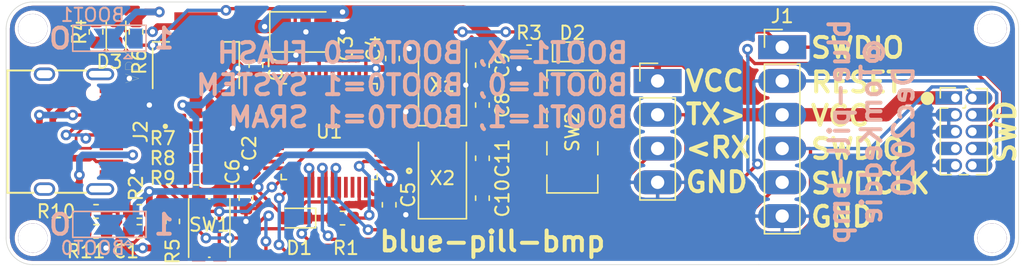
<source format=kicad_pcb>
(kicad_pcb (version 20171130) (host pcbnew 5.1.7-a382d34a8~88~ubuntu20.04.1)
  (layers (0 F.Cu signal) (31 B.Cu signal) (34 B.Paste user) (35 F.Paste user) (36 B.SilkS user) (37 F.SilkS user) (38 B.Mask user) (39 F.Mask user) (44 Edge.Cuts user))
  (net 0 "")
  (net 1 GND)
  (net 2 /!RESET)
  (net 3 +5V)
  (net 4 +3V3)
  (net 5 /OSCIN)
  (net 6 /OSCOUT)
  (net 7 /PC14)
  (net 8 /PC15)
  (net 9 "Net-(D1-Pad1)")
  (net 10 /VTARGET)
  (net 11 "Net-(D2-Pad1)")
  (net 12 "Net-(D3-Pad1)")
  (net 13 /USB_N)
  (net 14 /USB_P)
  (net 15 "Net-(J2-PadA8)")
  (net 16 "Net-(J2-PadB5)")
  (net 17 "Net-(J2-PadB8)")
  (net 18 "Net-(J2-PadA5)")
  (net 19 /PB7)
  (net 20 /PB6)
  (net 21 /PB4)
  (net 22 /PA3)
  (net 23 /SWDCLK)
  (net 24 /SWDIO)
  (net 25 /PC13)
  (net 26 /BOOT0)
  (net 27 /BOOT1)
  (net 28 /PA11)
  (net 29 /PA12)
  (net 30 "Net-(SW2-Pad1)")
  (net 31 "Net-(SW2-Pad6)")
  (net 32 "Net-(SW2-Pad5)")
  (net 33 "Net-(SW2-Pad4)")
  (net 34 "Net-(U1-Pad46)")
  (net 35 "Net-(U1-Pad45)")
  (net 36 "Net-(U1-Pad41)")
  (net 37 "Net-(U1-Pad39)")
  (net 38 "Net-(U1-Pad38)")
  (net 39 "Net-(U1-Pad31)")
  (net 40 "Net-(U1-Pad30)")
  (net 41 "Net-(U1-Pad29)")
  (net 42 "Net-(U1-Pad28)")
  (net 43 "Net-(U1-Pad27)")
  (net 44 "Net-(U1-Pad26)")
  (net 45 "Net-(U1-Pad25)")
  (net 46 "Net-(U1-Pad22)")
  (net 47 "Net-(U1-Pad21)")
  (net 48 "Net-(U1-Pad19)")
  (net 49 "Net-(U1-Pad18)")
  (net 50 "Net-(U1-Pad17)")
  (net 51 "Net-(U1-Pad16)")
  (net 52 "Net-(U1-Pad15)")
  (net 53 "Net-(U1-Pad14)")
  (net 54 "Net-(U1-Pad12)")
  (net 55 "Net-(U1-Pad11)")
  (net 56 "Net-(U1-Pad10)")
  (net 57 "Net-(U1-Pad1)")
  (net 58 "Net-(BOOT0-Pad2)")
  (net 59 "Net-(BOOT1-Pad2)")
  (module tom-semiconductors:VREG_LM1117MPX-3.3 (layer F.Cu) (at 109.5 95 90)
    (fp_text reference VR1 (at -0.025 -4.754 90) (layer F.SilkS) (effects (font (thickness 0.015))))
    (fp_text value LM1117MPX-3.3)
    (pad 4 smd rect (at 2.9 0 90) (size 2.15 3.25) (layers F.Cu F.Paste F.Mask) (net 4 +3V3))
    (pad 3 smd rect (at -2.9 2.3 90) (size 2.15 0.95) (layers F.Cu F.Paste F.Mask) (net 3 +5V))
    (pad 2 smd rect (at -2.9 0 90) (size 2.15 0.95) (layers F.Cu F.Paste F.Mask) (net 4 +3V3))
    (pad 1 smd rect (at -2.9 -2.3 90) (size 2.15 0.95) (layers F.Cu F.Paste F.Mask) (net 1 GND))
  )
  (module tom-connectors:PinHeader_1x06_P2.54mm_Vertical (layer F.Cu) (at 153.5 93.65)
    (fp_text reference J1 (at 0 -2.33) (layer F.SilkS))
    (fp_text value Conn_01x06)
    (pad 6 thru_hole oval (at 0 12.7) (size 3.6 1.8) (drill 1) (layers *.Cu *.Mask) (net 1 GND))
    (pad 5 thru_hole oval (at 0 10.16) (size 3.6 1.8) (drill 1) (layers *.Cu *.Mask) (net 23 /SWDCLK))
    (pad 4 thru_hole oval (at 0 7.62) (size 3.6 1.8) (drill 1) (layers *.Cu *.Mask) (net 24 /SWDIO))
    (pad 3 thru_hole oval (at 0 5.08) (size 3.6 1.8) (drill 1) (layers *.Cu *.Mask) (net 10 /VTARGET))
    (pad 2 thru_hole oval (at 0 2.54) (size 3.6 1.8) (drill 1) (layers *.Cu *.Mask) (net 21 /PB4))
    (pad 1 thru_hole rect (at 0 0) (size 3.6 1.8) (drill 1) (layers *.Cu *.Mask) (net 22 /PA3))
  )
  (module tom-passives:R_0603_1608Metric (layer F.Cu) (at 105 92.5 270)
    (fp_text reference R6 (at 2.25 -0.25 270) (layer F.SilkS))
    (fp_text value 100k)
    (pad 2 smd roundrect (at 0.7875 0 270) (size 0.875 0.95) (layers F.Cu F.Paste F.Mask) (net 27 /BOOT1))
    (pad 1 smd roundrect (at -0.7875 0 270) (size 0.875 0.95) (layers F.Cu F.Paste F.Mask) (net 59 "Net-(BOOT1-Pad2)"))
  )
  (module tom-mechanical:SolderJumper-3_P2.0mm_Open_TrianglePad1.0x1.5mm (layer B.Cu) (at 103 107 180)
    (fp_text reference BOOT0 (at 1.25 -1.75) (layer B.SilkS) (effects (justify mirror)))
    (fp_text value JUMPER3)
    (pad 3 smd custom (at 2 0) (size 0.3 0.3) (layers B.Cu B.Mask) (net 1 GND) (options (clearance outline) (anchor rect)) (primitives (gr_poly (pts (xy -0.5 0.75) (xy 0.5 0.75) (xy 1 0) (xy 0.5 -0.75) (xy -0.5 -0.75)) (width 0))))
    (pad 2 smd custom (at 0 0 180) (size 0.3 0.3) (layers B.Cu) (net 58 "Net-(BOOT0-Pad2)") (options (clearance outline) (anchor rect)) (primitives (gr_poly (pts (xy -1.2 0.75) (xy 1.2 0.75) (xy 0.7 0) (xy 1.2 -0.75) (xy -1.2 -0.75) (xy -0.7 0)) (width 0))))
    (pad 1 smd custom (at -2 0 180) (size 0.3 0.3) (layers B.Cu B.Mask) (net 4 +3V3) (options (clearance outline) (anchor rect)) (primitives (gr_poly (pts (xy -0.5 0.75) (xy 0.5 0.75) (xy 1 0) (xy 0.5 -0.75) (xy -0.5 -0.75)) (width 0))))
  )
  (module tom-mechanical:SolderJumper-3_P2.0mm_Open_TrianglePad1.0x1.5mm (layer B.Cu) (at 103 93 180)
    (fp_text reference BOOT1 (at 1.25 1.775) (layer B.SilkS) (effects (justify mirror)))
    (fp_text value JUMPER3)
    (pad 3 smd custom (at 2 0) (size 0.3 0.3) (layers B.Cu B.Mask) (net 1 GND) (options (clearance outline) (anchor rect)) (primitives (gr_poly (pts (xy -0.5 0.75) (xy 0.5 0.75) (xy 1 0) (xy 0.5 -0.75) (xy -0.5 -0.75)) (width 0))))
    (pad 2 smd custom (at 0 0 180) (size 0.3 0.3) (layers B.Cu) (net 59 "Net-(BOOT1-Pad2)") (options (clearance outline) (anchor rect)) (primitives (gr_poly (pts (xy -1.2 0.75) (xy 1.2 0.75) (xy 0.7 0) (xy 1.2 -0.75) (xy -1.2 -0.75) (xy -0.7 0)) (width 0))))
    (pad 1 smd custom (at -2 0 180) (size 0.3 0.3) (layers B.Cu B.Mask) (net 4 +3V3) (options (clearance outline) (anchor rect)) (primitives (gr_poly (pts (xy -0.5 0.75) (xy 0.5 0.75) (xy 1 0) (xy 0.5 -0.75) (xy -0.5 -0.75)) (width 0))))
  )
  (module tom-passives:Crystal_SMD_5032-2Pin_5.0x3.2mm (layer F.Cu) (at 128 103.5 90)
    (fp_text reference X2 (at 0 0 180) (layer F.SilkS))
    (fp_text value 32.768kHz)
    (pad 2 smd rect (at 1.85 0 90) (size 2 2.4) (layers F.Cu F.Paste F.Mask) (net 8 /PC15))
    (pad 1 smd rect (at -1.85 0 90) (size 2 2.4) (layers F.Cu F.Paste F.Mask) (net 7 /PC14))
  )
  (module tom-passives:Crystal_SMD_5032-2Pin_5.0x3.2mm (layer F.Cu) (at 128 96.5 90)
    (fp_text reference X1 (at 0 0 180) (layer F.SilkS))
    (fp_text value 8MHz)
    (pad 2 smd rect (at 1.85 0 90) (size 2 2.4) (layers F.Cu F.Paste F.Mask) (net 6 /OSCOUT))
    (pad 1 smd rect (at -1.85 0 90) (size 2 2.4) (layers F.Cu F.Paste F.Mask) (net 5 /OSCIN))
  )
  (module tom-semiconductors:QFP50P900X900X160-48N (layer F.Cu) (at 119.5 100 180)
    (fp_text reference U1 (at 0 0) (layer F.SilkS))
    (fp_text value STM32F103C8T6)
    (pad 48 smd rect (at -2.75 -4.18 180) (size 0.28 1.56) (layers F.Cu F.Paste F.Mask) (net 4 +3V3))
    (pad 47 smd rect (at -2.25 -4.18 180) (size 0.28 1.56) (layers F.Cu F.Paste F.Mask) (net 1 GND))
    (pad 46 smd rect (at -1.75 -4.18 180) (size 0.28 1.56) (layers F.Cu F.Paste F.Mask) (net 34 "Net-(U1-Pad46)"))
    (pad 45 smd rect (at -1.25 -4.18 180) (size 0.28 1.56) (layers F.Cu F.Paste F.Mask) (net 35 "Net-(U1-Pad45)"))
    (pad 44 smd rect (at -0.75 -4.18 180) (size 0.28 1.56) (layers F.Cu F.Paste F.Mask) (net 26 /BOOT0))
    (pad 43 smd rect (at -0.25 -4.18 180) (size 0.28 1.56) (layers F.Cu F.Paste F.Mask) (net 19 /PB7))
    (pad 42 smd rect (at 0.25 -4.18 180) (size 0.28 1.56) (layers F.Cu F.Paste F.Mask) (net 20 /PB6))
    (pad 41 smd rect (at 0.75 -4.18 180) (size 0.28 1.56) (layers F.Cu F.Paste F.Mask) (net 36 "Net-(U1-Pad41)"))
    (pad 40 smd rect (at 1.25 -4.18 180) (size 0.28 1.56) (layers F.Cu F.Paste F.Mask) (net 21 /PB4))
    (pad 39 smd rect (at 1.75 -4.18 180) (size 0.28 1.56) (layers F.Cu F.Paste F.Mask) (net 37 "Net-(U1-Pad39)"))
    (pad 38 smd rect (at 2.25 -4.18 180) (size 0.28 1.56) (layers F.Cu F.Paste F.Mask) (net 38 "Net-(U1-Pad38)"))
    (pad 37 smd rect (at 2.75 -4.18 180) (size 0.28 1.56) (layers F.Cu F.Paste F.Mask) (net 23 /SWDCLK))
    (pad 36 smd rect (at 4.18 -2.75 180) (size 1.56 0.28) (layers F.Cu F.Paste F.Mask) (net 4 +3V3))
    (pad 35 smd rect (at 4.18 -2.25 180) (size 1.56 0.28) (layers F.Cu F.Paste F.Mask) (net 1 GND))
    (pad 34 smd rect (at 4.18 -1.75 180) (size 1.56 0.28) (layers F.Cu F.Paste F.Mask) (net 24 /SWDIO))
    (pad 33 smd rect (at 4.18 -1.25 180) (size 1.56 0.28) (layers F.Cu F.Paste F.Mask) (net 29 /PA12))
    (pad 32 smd rect (at 4.18 -0.75 180) (size 1.56 0.28) (layers F.Cu F.Paste F.Mask) (net 28 /PA11))
    (pad 31 smd rect (at 4.18 -0.25 180) (size 1.56 0.28) (layers F.Cu F.Paste F.Mask) (net 39 "Net-(U1-Pad31)"))
    (pad 30 smd rect (at 4.18 0.25 180) (size 1.56 0.28) (layers F.Cu F.Paste F.Mask) (net 40 "Net-(U1-Pad30)"))
    (pad 29 smd rect (at 4.18 0.75 180) (size 1.56 0.28) (layers F.Cu F.Paste F.Mask) (net 41 "Net-(U1-Pad29)"))
    (pad 28 smd rect (at 4.18 1.25 180) (size 1.56 0.28) (layers F.Cu F.Paste F.Mask) (net 42 "Net-(U1-Pad28)"))
    (pad 27 smd rect (at 4.18 1.75 180) (size 1.56 0.28) (layers F.Cu F.Paste F.Mask) (net 43 "Net-(U1-Pad27)"))
    (pad 26 smd rect (at 4.18 2.25 180) (size 1.56 0.28) (layers F.Cu F.Paste F.Mask) (net 44 "Net-(U1-Pad26)"))
    (pad 25 smd rect (at 4.18 2.75 180) (size 1.56 0.28) (layers F.Cu F.Paste F.Mask) (net 45 "Net-(U1-Pad25)"))
    (pad 24 smd rect (at 2.75 4.18 180) (size 0.28 1.56) (layers F.Cu F.Paste F.Mask) (net 4 +3V3))
    (pad 23 smd rect (at 2.25 4.18 180) (size 0.28 1.56) (layers F.Cu F.Paste F.Mask) (net 1 GND))
    (pad 22 smd rect (at 1.75 4.18 180) (size 0.28 1.56) (layers F.Cu F.Paste F.Mask) (net 46 "Net-(U1-Pad22)"))
    (pad 21 smd rect (at 1.25 4.18 180) (size 0.28 1.56) (layers F.Cu F.Paste F.Mask) (net 47 "Net-(U1-Pad21)"))
    (pad 20 smd rect (at 0.75 4.18 180) (size 0.28 1.56) (layers F.Cu F.Paste F.Mask) (net 27 /BOOT1))
    (pad 19 smd rect (at 0.25 4.18 180) (size 0.28 1.56) (layers F.Cu F.Paste F.Mask) (net 48 "Net-(U1-Pad19)"))
    (pad 18 smd rect (at -0.25 4.18 180) (size 0.28 1.56) (layers F.Cu F.Paste F.Mask) (net 49 "Net-(U1-Pad18)"))
    (pad 17 smd rect (at -0.75 4.18 180) (size 0.28 1.56) (layers F.Cu F.Paste F.Mask) (net 50 "Net-(U1-Pad17)"))
    (pad 16 smd rect (at -1.25 4.18 180) (size 0.28 1.56) (layers F.Cu F.Paste F.Mask) (net 51 "Net-(U1-Pad16)"))
    (pad 15 smd rect (at -1.75 4.18 180) (size 0.28 1.56) (layers F.Cu F.Paste F.Mask) (net 52 "Net-(U1-Pad15)"))
    (pad 14 smd rect (at -2.25 4.18 180) (size 0.28 1.56) (layers F.Cu F.Paste F.Mask) (net 53 "Net-(U1-Pad14)"))
    (pad 13 smd rect (at -2.75 4.18 180) (size 0.28 1.56) (layers F.Cu F.Paste F.Mask) (net 22 /PA3))
    (pad 12 smd rect (at -4.18 2.75 180) (size 1.56 0.28) (layers F.Cu F.Paste F.Mask) (net 54 "Net-(U1-Pad12)"))
    (pad 11 smd rect (at -4.18 2.25 180) (size 1.56 0.28) (layers F.Cu F.Paste F.Mask) (net 55 "Net-(U1-Pad11)"))
    (pad 10 smd rect (at -4.18 1.75 180) (size 1.56 0.28) (layers F.Cu F.Paste F.Mask) (net 56 "Net-(U1-Pad10)"))
    (pad 9 smd rect (at -4.18 1.25 180) (size 1.56 0.28) (layers F.Cu F.Paste F.Mask) (net 4 +3V3))
    (pad 8 smd rect (at -4.18 0.75 180) (size 1.56 0.28) (layers F.Cu F.Paste F.Mask) (net 1 GND))
    (pad 7 smd rect (at -4.18 0.25 180) (size 1.56 0.28) (layers F.Cu F.Paste F.Mask) (net 2 /!RESET))
    (pad 6 smd rect (at -4.18 -0.25 180) (size 1.56 0.28) (layers F.Cu F.Paste F.Mask) (net 6 /OSCOUT))
    (pad 5 smd rect (at -4.18 -0.75 180) (size 1.56 0.28) (layers F.Cu F.Paste F.Mask) (net 5 /OSCIN))
    (pad 4 smd rect (at -4.18 -1.25 180) (size 1.56 0.28) (layers F.Cu F.Paste F.Mask) (net 8 /PC15))
    (pad 3 smd rect (at -4.18 -1.75 180) (size 1.56 0.28) (layers F.Cu F.Paste F.Mask) (net 7 /PC14))
    (pad 2 smd rect (at -4.18 -2.25 180) (size 1.56 0.28) (layers F.Cu F.Paste F.Mask) (net 25 /PC13))
    (pad 1 smd rect (at -4.18 -2.75 180) (size 1.56 0.28) (layers F.Cu F.Paste F.Mask) (net 57 "Net-(U1-Pad1)"))
  )
  (module tom-mechanical:SW_DPDT_SMD (layer F.Cu) (at 137.75 100 90)
    (fp_text reference SW2 (at 0 0 90) (layer F.SilkS))
    (fp_text value SW_DPDT_x2)
    (pad 3 smd rect (at 2.55 -2.54 90) (size 1 3) (layers F.Cu F.Paste F.Mask) (net 10 /VTARGET))
    (pad 2 smd rect (at 0 -2.54 90) (size 1 3) (layers F.Cu F.Paste F.Mask) (net 4 +3V3))
    (pad 1 smd rect (at -2.54 -2.54 90) (size 1 3) (layers F.Cu F.Paste F.Mask) (net 30 "Net-(SW2-Pad1)"))
    (pad 6 smd rect (at 2.54 2.54 90) (size 1 3) (layers F.Cu F.Paste F.Mask) (net 31 "Net-(SW2-Pad6)"))
    (pad 5 smd rect (at 0 2.54 90) (size 1 3) (layers F.Cu F.Paste F.Mask) (net 32 "Net-(SW2-Pad5)"))
    (pad 4 smd rect (at -2.54 2.54 90) (size 1 3) (layers F.Cu F.Paste F.Mask) (net 33 "Net-(SW2-Pad4)"))
  )
  (module tom-mechanical:SW_Push_1P1T_NO_CK_KMR2 (layer F.Cu) (at 110.5 107.25 90)
    (fp_text reference SW1 (at 0.25 0 180) (layer F.SilkS))
    (fp_text value SW_SPST)
    (pad 2 smd rect (at 2.05 0.8 90) (size 0.9 1) (layers F.Cu F.Paste F.Mask) (net 2 /!RESET))
    (pad 1 smd rect (at 2.05 -0.8 90) (size 0.9 1) (layers F.Cu F.Paste F.Mask) (net 1 GND))
    (pad 2 smd rect (at -2.05 0.8 90) (size 0.9 1) (layers F.Cu F.Paste F.Mask) (net 2 /!RESET))
    (pad 1 smd rect (at -2.05 -0.8 90) (size 0.9 1) (layers F.Cu F.Paste F.Mask) (net 1 GND))
  )
  (module tom-passives:R_0603_1608Metric (layer F.Cu) (at 102 107.5)
    (fp_text reference R11 (at -0.75 1.5) (layer F.SilkS))
    (fp_text value 5.1k)
    (pad 2 smd roundrect (at 0.7875 0) (size 0.875 0.95) (layers F.Cu F.Paste F.Mask) (net 1 GND))
    (pad 1 smd roundrect (at -0.7875 0) (size 0.875 0.95) (layers F.Cu F.Paste F.Mask) (net 18 "Net-(J2-PadA5)"))
  )
  (module tom-passives:R_0603_1608Metric (layer F.Cu) (at 102 106)
    (fp_text reference R10 (at -3 0) (layer F.SilkS))
    (fp_text value 5.1k)
    (pad 2 smd roundrect (at 0.7875 0) (size 0.875 0.95) (layers F.Cu F.Paste F.Mask) (net 1 GND))
    (pad 1 smd roundrect (at -0.7875 0) (size 0.875 0.95) (layers F.Cu F.Paste F.Mask) (net 16 "Net-(J2-PadB5)"))
  )
  (module tom-passives:R_0603_1608Metric (layer F.Cu) (at 109.5 103.5)
    (fp_text reference R9 (at -2.5 0) (layer F.SilkS))
    (fp_text value 1.5k)
    (pad 2 smd roundrect (at 0.7875 0) (size 0.875 0.95) (layers F.Cu F.Paste F.Mask) (net 29 /PA12))
    (pad 1 smd roundrect (at -0.7875 0) (size 0.875 0.95) (layers F.Cu F.Paste F.Mask) (net 1 GND))
  )
  (module tom-passives:R_0603_1608Metric (layer F.Cu) (at 109.5 102 180)
    (fp_text reference R8 (at 2.5 0) (layer F.SilkS))
    (fp_text value 20R)
    (pad 2 smd roundrect (at 0.7875 0 180) (size 0.875 0.95) (layers F.Cu F.Paste F.Mask) (net 13 /USB_N))
    (pad 1 smd roundrect (at -0.7875 0 180) (size 0.875 0.95) (layers F.Cu F.Paste F.Mask) (net 29 /PA12))
  )
  (module tom-passives:R_0603_1608Metric (layer F.Cu) (at 109.5 100.5 180)
    (fp_text reference R7 (at 2.5 0) (layer F.SilkS))
    (fp_text value 20R)
    (pad 2 smd roundrect (at 0.7875 0 180) (size 0.875 0.95) (layers F.Cu F.Paste F.Mask) (net 14 /USB_P))
    (pad 1 smd roundrect (at -0.7875 0 180) (size 0.875 0.95) (layers F.Cu F.Paste F.Mask) (net 28 /PA11))
  )
  (module tom-passives:R_0603_1608Metric (layer F.Cu) (at 107.75 106.75 90)
    (fp_text reference R5 (at -2.25 0 90) (layer F.SilkS))
    (fp_text value 100k)
    (pad 2 smd roundrect (at 0.7875 0 90) (size 0.875 0.95) (layers F.Cu F.Paste F.Mask) (net 26 /BOOT0))
    (pad 1 smd roundrect (at -0.7875 0 90) (size 0.875 0.95) (layers F.Cu F.Paste F.Mask) (net 58 "Net-(BOOT0-Pad2)"))
  )
  (module tom-passives:R_0603_1608Metric (layer F.Cu) (at 102 92.5 270)
    (fp_text reference R4 (at 0 1.25 270) (layer F.SilkS))
    (fp_text value 1k)
    (pad 2 smd roundrect (at 0.7875 0 270) (size 0.875 0.95) (layers F.Cu F.Paste F.Mask) (net 12 "Net-(D3-Pad1)"))
    (pad 1 smd roundrect (at -0.7875 0 270) (size 0.875 0.95) (layers F.Cu F.Paste F.Mask) (net 1 GND))
  )
  (module tom-passives:R_0603_1608Metric (layer F.Cu) (at 134.5 94)
    (fp_text reference R3 (at 0 -1.43) (layer F.SilkS))
    (fp_text value 1k)
    (pad 2 smd roundrect (at 0.7875 0) (size 0.875 0.95) (layers F.Cu F.Paste F.Mask) (net 11 "Net-(D2-Pad1)"))
    (pad 1 smd roundrect (at -0.7875 0) (size 0.875 0.95) (layers F.Cu F.Paste F.Mask) (net 1 GND))
  )
  (module tom-passives:R_0603_1608Metric (layer F.Cu) (at 105.25 106 180)
    (fp_text reference R2 (at 0.25 1.75 90) (layer F.SilkS))
    (fp_text value 10k)
    (pad 2 smd roundrect (at 0.7875 0 180) (size 0.875 0.95) (layers F.Cu F.Paste F.Mask) (net 2 /!RESET))
    (pad 1 smd roundrect (at -0.7875 0 180) (size 0.875 0.95) (layers F.Cu F.Paste F.Mask) (net 4 +3V3))
  )
  (module tom-passives:R_0603_1608Metric (layer F.Cu) (at 120.5 106.5 180)
    (fp_text reference R1 (at -0.25 -2.25) (layer F.SilkS))
    (fp_text value 1k)
    (pad 2 smd roundrect (at 0.7875 0 180) (size 0.875 0.95) (layers F.Cu F.Paste F.Mask) (net 9 "Net-(D1-Pad1)"))
    (pad 1 smd roundrect (at -0.7875 0 180) (size 0.875 0.95) (layers F.Cu F.Paste F.Mask) (net 25 /PC13))
  )
  (module tom-connectors:PinHeader_2x05_P1.27mm_Vertical (layer F.Cu) (at 166.5 97.46)
    (fp_text reference J4 hide)
    (fp_text value Conn_02x05_SWD hide)
    (pad 10 thru_hole oval (at 1.27 5.08) (size 2 1) (drill 0.65 (offset 0.5 0)) (layers *.Cu *.Mask) (net 21 /PB4))
    (pad 9 thru_hole oval (at 0 5.08) (size 2 1) (drill 0.65 (offset -0.5 0)) (layers *.Cu *.Mask) (net 1 GND))
    (pad 8 thru_hole oval (at 1.27 3.81) (size 2 1) (drill 0.65 (offset 0.5 0)) (layers *.Cu *.Mask))
    (pad 7 thru_hole oval (at 0 3.81) (size 2 1) (drill 0.65 (offset -0.5 0)) (layers *.Cu *.Mask))
    (pad 6 thru_hole oval (at 1.27 2.54) (size 2 1) (drill 0.65 (offset 0.5 0)) (layers *.Cu *.Mask) (net 22 /PA3))
    (pad 5 thru_hole oval (at 0 2.54) (size 2 1) (drill 0.65 (offset -0.5 0)) (layers *.Cu *.Mask) (net 1 GND))
    (pad 4 thru_hole oval (at 1.27 1.27) (size 2 1) (drill 0.65 (offset 0.5 0)) (layers *.Cu *.Mask) (net 23 /SWDCLK))
    (pad 3 thru_hole oval (at 0 1.27) (size 2 1) (drill 0.65 (offset -0.5 0)) (layers *.Cu *.Mask) (net 1 GND))
    (pad 2 thru_hole oval (at 1.27 0) (size 2 1) (drill 0.65 (offset 0.5 0)) (layers *.Cu *.Mask) (net 24 /SWDIO))
    (pad 1 thru_hole rect (at 0 0) (size 2 1) (drill 0.65 (offset -0.5 0)) (layers *.Cu *.Mask) (net 10 /VTARGET))
  )
  (module tom-connectors:PinHeader_1x04_P2.54mm_Vertical (layer F.Cu) (at 144.15 96.19)
    (fp_text reference J3 hide)
    (fp_text value Conn_01x04 hide)
    (pad 4 thru_hole oval (at 0 7.62) (size 3.6 1.8) (drill 1) (layers *.Cu *.Mask) (net 1 GND))
    (pad 3 thru_hole oval (at 0 5.08) (size 3.6 1.8) (drill 1) (layers *.Cu *.Mask) (net 19 /PB7))
    (pad 2 thru_hole oval (at 0 2.54) (size 3.6 1.8) (drill 1) (layers *.Cu *.Mask) (net 20 /PB6))
    (pad 1 thru_hole rect (at 0 0) (size 3.6 1.8) (drill 1) (layers *.Cu *.Mask) (net 10 /VTARGET))
  )
  (module tom-connectors:USB_C_Receptacle_GT-USB-7010 (layer F.Cu) (at 100 100 270)
    (fp_text reference J2 (at 0 -5.35 90) (layer F.SilkS))
    (fp_text value USB_C_16PIN hide)
    (pad A12 smd rect (at 3.35 -3.15 270) (size 0.3 1.75) (layers F.Cu F.Paste F.Mask) (net 1 GND))
    (pad B1 smd rect (at 3.05 -3.15 270) (size 0.3 1.75) (layers F.Cu F.Paste F.Mask) (net 1 GND))
    (pad B4 smd rect (at 2.25 -3.15 270) (size 0.3 1.75) (layers F.Cu F.Paste F.Mask) (net 3 +5V))
    (pad A9 smd rect (at 2.55 -3.15 270) (size 0.3 1.75) (layers F.Cu F.Paste F.Mask) (net 3 +5V))
    (pad B9 smd rect (at -2.25 -3.15 270) (size 0.3 1.75) (layers F.Cu F.Paste F.Mask) (net 3 +5V))
    (pad A4 smd rect (at -2.55 -3.15 270) (size 0.3 1.75) (layers F.Cu F.Paste F.Mask) (net 3 +5V))
    (pad B12 smd rect (at -3.05 -3.15 270) (size 0.3 1.75) (layers F.Cu F.Paste F.Mask) (net 1 GND))
    (pad A1 smd rect (at -3.35 -3.15 270) (size 0.3 1.75) (layers F.Cu F.Paste F.Mask) (net 1 GND))
    (pad A6 smd rect (at -0.25 -3.15 270) (size 0.3 1.75) (layers F.Cu F.Paste F.Mask) (net 14 /USB_P))
    (pad A5 smd rect (at -1.25 -3.15 270) (size 0.3 1.75) (layers F.Cu F.Paste F.Mask) (net 18 "Net-(J2-PadA5)"))
    (pad B8 smd rect (at -1.75 -3.15 270) (size 0.3 1.75) (layers F.Cu F.Paste F.Mask) (net 17 "Net-(J2-PadB8)"))
    (pad B7 smd rect (at -0.75 -3.15 270) (size 0.3 1.75) (layers F.Cu F.Paste F.Mask) (net 13 /USB_N))
    (pad B5 smd rect (at 1.75 -3.15 270) (size 0.3 1.75) (layers F.Cu F.Paste F.Mask) (net 16 "Net-(J2-PadB5)"))
    (pad A8 smd rect (at 1.25 -3.15 270) (size 0.3 1.75) (layers F.Cu F.Paste F.Mask) (net 15 "Net-(J2-PadA8)"))
    (pad B6 smd rect (at 0.75 -3.15 270) (size 0.3 1.75) (layers F.Cu F.Paste F.Mask) (net 14 /USB_P))
    (pad A7 smd rect (at 0.25 -3.15 270) (size 0.3 1.75) (layers F.Cu F.Paste F.Mask) (net 13 /USB_N))
    (pad "" np_thru_hole circle (at 2.89 -1.81 270) (size 0.65 0.65) (drill 0.65) (layers *.Cu *.Mask))
    (pad "" np_thru_hole circle (at -2.89 -1.81 270) (size 0.65 0.65) (drill 0.65) (layers *.Cu *.Mask))
    (pad S1 thru_hole oval (at 4.32 -2.31 270) (size 0.9 2.1) (drill oval 0.5 1.7) (layers *.Cu *.Paste *.Mask))
    (pad S1 thru_hole oval (at -4.32 -2.31 270) (size 0.9 2.1) (drill oval 0.5 1.7) (layers *.Cu *.Paste *.Mask))
    (pad S1 thru_hole oval (at 4.32 1.87 270) (size 1 1.6) (drill oval 0.6 1.2) (layers *.Cu *.Paste *.Mask))
    (pad S1 thru_hole oval (at -4.32 1.87 270) (size 1 1.6) (drill oval 0.6 1.2) (layers *.Cu *.Paste *.Mask))
  )
  (module tom-opto:LED_0603_1608Metric (layer F.Cu) (at 103.5 92.5 90)
    (fp_text reference D3 (at -2.25 -0.5 180) (layer F.SilkS))
    (fp_text value GREEN)
    (pad 2 smd roundrect (at 0.7875 0 90) (size 0.875 0.95) (layers F.Cu F.Paste F.Mask) (net 4 +3V3))
    (pad 1 smd roundrect (at -0.7875 0 90) (size 0.875 0.95) (layers F.Cu F.Paste F.Mask) (net 12 "Net-(D3-Pad1)"))
  )
  (module tom-opto:LED_0603_1608Metric (layer F.Cu) (at 137.75 94)
    (fp_text reference D2 (at 0 -1.43) (layer F.SilkS))
    (fp_text value RED)
    (pad 2 smd roundrect (at 0.7875 0) (size 0.875 0.95) (layers F.Cu F.Paste F.Mask) (net 10 /VTARGET))
    (pad 1 smd roundrect (at -0.7875 0) (size 0.875 0.95) (layers F.Cu F.Paste F.Mask) (net 11 "Net-(D2-Pad1)"))
  )
  (module tom-opto:LED_0603_1608Metric (layer F.Cu) (at 117 106.5 180)
    (fp_text reference D1 (at -0.25 -2.25) (layer F.SilkS))
    (fp_text value BLUE)
    (pad 2 smd roundrect (at 0.7875 0 180) (size 0.875 0.95) (layers F.Cu F.Paste F.Mask) (net 4 +3V3))
    (pad 1 smd roundrect (at -0.7875 0 180) (size 0.875 0.95) (layers F.Cu F.Paste F.Mask) (net 9 "Net-(D1-Pad1)"))
  )
  (module tom-passives:C_0603_1608Metric (layer F.Cu) (at 131 102 270)
    (fp_text reference C11 (at 0 -1.5 90) (layer F.SilkS))
    (fp_text value 12.5pF/10V)
    (pad 2 smd roundrect (at 0.7875 0 270) (size 0.875 0.95) (layers F.Cu F.Paste F.Mask) (net 1 GND))
    (pad 1 smd roundrect (at -0.7875 0 270) (size 0.875 0.95) (layers F.Cu F.Paste F.Mask) (net 8 /PC15))
  )
  (module tom-passives:C_0603_1608Metric (layer F.Cu) (at 131 105 90)
    (fp_text reference C10 (at 0 1.5 90) (layer F.SilkS))
    (fp_text value 12.5pF/10V)
    (pad 2 smd roundrect (at 0.7875 0 90) (size 0.875 0.95) (layers F.Cu F.Paste F.Mask) (net 1 GND))
    (pad 1 smd roundrect (at -0.7875 0 90) (size 0.875 0.95) (layers F.Cu F.Paste F.Mask) (net 7 /PC14))
  )
  (module tom-passives:C_0603_1608Metric (layer F.Cu) (at 131 95 270)
    (fp_text reference C9 (at 0 -1.5 90) (layer F.SilkS))
    (fp_text value 20pF/10V)
    (pad 2 smd roundrect (at 0.7875 0 270) (size 0.875 0.95) (layers F.Cu F.Paste F.Mask) (net 1 GND))
    (pad 1 smd roundrect (at -0.7875 0 270) (size 0.875 0.95) (layers F.Cu F.Paste F.Mask) (net 6 /OSCOUT))
  )
  (module tom-passives:C_0603_1608Metric (layer F.Cu) (at 131 98 90)
    (fp_text reference C8 (at 0 1.5 90) (layer F.SilkS))
    (fp_text value 20pF/10V)
    (pad 2 smd roundrect (at 0.7875 0 90) (size 0.875 0.95) (layers F.Cu F.Paste F.Mask) (net 1 GND))
    (pad 1 smd roundrect (at -0.7875 0 90) (size 0.875 0.95) (layers F.Cu F.Paste F.Mask) (net 5 /OSCIN))
  )
  (module tom-passives:C_0603_1608Metric (layer F.Cu) (at 114 95 90)
    (fp_text reference C7 (at -0.25 1.5 90) (layer F.SilkS))
    (fp_text value 0.1uF/10V)
    (pad 2 smd roundrect (at 0.7875 0 90) (size 0.875 0.95) (layers F.Cu F.Paste F.Mask) (net 1 GND))
    (pad 1 smd roundrect (at -0.7875 0 90) (size 0.875 0.95) (layers F.Cu F.Paste F.Mask) (net 4 +3V3))
  )
  (module tom-passives:C_0603_1608Metric (layer F.Cu) (at 113.25 105 270)
    (fp_text reference C6 (at -2 1 90) (layer F.SilkS))
    (fp_text value 0.1uF/10V)
    (pad 2 smd roundrect (at 0.7875 0 270) (size 0.875 0.95) (layers F.Cu F.Paste F.Mask) (net 1 GND))
    (pad 1 smd roundrect (at -0.7875 0 270) (size 0.875 0.95) (layers F.Cu F.Paste F.Mask) (net 4 +3V3))
  )
  (module tom-passives:C_0603_1608Metric (layer F.Cu) (at 124 105.5 270)
    (fp_text reference C5 (at -0.75 -1.43 90) (layer F.SilkS))
    (fp_text value 0.1uF/10V)
    (pad 2 smd roundrect (at 0.7875 0 270) (size 0.875 0.95) (layers F.Cu F.Paste F.Mask) (net 1 GND))
    (pad 1 smd roundrect (at -0.7875 0 270) (size 0.875 0.95) (layers F.Cu F.Paste F.Mask) (net 4 +3V3))
  )
  (module tom-passives:C_0603_1608Metric (layer F.Cu) (at 124.25 94.5 90)
    (fp_text reference C4 (at 0.75 -1.43 90) (layer F.SilkS))
    (fp_text value 0.1uF/10V)
    (pad 2 smd roundrect (at 0.7875 0 90) (size 0.875 0.95) (layers F.Cu F.Paste F.Mask) (net 1 GND))
    (pad 1 smd roundrect (at -0.7875 0 90) (size 0.875 0.95) (layers F.Cu F.Paste F.Mask) (net 4 +3V3))
  )
  (module tom-passives:CP_EIA-3528-15_AVX-H (layer F.Cu) (at 117.5 92.5)
    (fp_text reference C3 (at 3.25 1.25 90) (layer F.SilkS))
    (fp_text value 100uF/6.3V)
    (pad 2 smd roundrect (at 1.5375 0) (size 1.325 2.35) (layers F.Cu F.Paste F.Mask) (roundrect_rratio 0.188679) (net 1 GND))
    (pad 1 smd roundrect (at -1.5375 0) (size 1.325 2.35) (layers F.Cu F.Paste F.Mask) (roundrect_rratio 0.188679) (net 4 +3V3))
  )
  (module tom-passives:C_0603_1608Metric (layer F.Cu) (at 113.5 98.75 270)
    (fp_text reference C2 (at 2.5 0 90) (layer F.SilkS))
    (fp_text value 10uF/10V)
    (pad 2 smd roundrect (at 0.7875 0 270) (size 0.875 0.95) (layers F.Cu F.Paste F.Mask) (net 1 GND))
    (pad 1 smd roundrect (at -0.7875 0 270) (size 0.875 0.95) (layers F.Cu F.Paste F.Mask) (net 3 +5V))
  )
  (module tom-passives:C_0603_1608Metric (layer F.Cu) (at 105.25 107.5)
    (fp_text reference C1 (at -1 1.5) (layer F.SilkS))
    (fp_text value 1uF/10V)
    (pad 2 smd roundrect (at 0.7875 0) (size 0.875 0.95) (layers F.Cu F.Paste F.Mask) (net 1 GND))
    (pad 1 smd roundrect (at -0.7875 0) (size 0.875 0.95) (layers F.Cu F.Paste F.Mask) (net 2 /!RESET))
  )
  (gr_text 1 (at 107.1 107) (layer B.SilkS) (effects (font (size 1.5 1.5) (thickness 0.3)) (justify mirror)))
  (gr_text 1 (at 107.1 93) (layer B.SilkS) (effects (font (size 1.5 1.5) (thickness 0.3)) (justify mirror)))
  (gr_text O (at 99.3 93) (layer B.SilkS) (effects (font (size 1.5 1.5) (thickness 0.3)) (justify mirror)))
  (gr_text O (at 99.3 107) (layer B.SilkS) (effects (font (size 1.5 1.5) (thickness 0.3)) (justify mirror)))
  (gr_text GND (at 146.1 103.8) (layer F.SilkS) (effects (font (size 1.5 1.5) (thickness 0.3)) (justify left)))
  (gr_line (start 151.75 110) (end 169.25 110) (layer Edge.Cuts) (width 0.05))
  (gr_line (start 151.75 90.25) (end 169.25 90.25) (layer Edge.Cuts) (width 0.05))
  (gr_text SWDIO (at 155.5 93.7) (layer F.SilkS) (effects (font (size 1.5 1.5) (thickness 0.3)) (justify left)))
  (gr_text GND (at 155.5 106.4) (layer F.SilkS) (effects (font (size 1.5 1.5) (thickness 0.3)) (justify left)))
  (gr_text RESET (at 155.5 96.3) (layer F.SilkS) (effects (font (size 1.5 1.5) (thickness 0.3)) (justify left)))
  (gr_text SWDCLK (at 155.5 103.9) (layer F.SilkS) (effects (font (size 1.5 1.5) (thickness 0.3)) (justify left)))
  (gr_text VCC (at 155.5 98.8) (layer F.SilkS) (effects (font (size 1.5 1.5) (thickness 0.3)) (justify left)))
  (gr_text SWDIO (at 155.5 101.3) (layer F.SilkS) (effects (font (size 1.5 1.5) (thickness 0.3)) (justify left)))
  (gr_text "BOOT1=X, BOOT0=0 FLASH\nBOOT1=0, BOOT0=1 SYSTEM\nBOOT1=1, BOOT0=1 SRAM" (at 142.1 96.5) (layer B.SilkS) (effects (font (size 1.5 1.5) (thickness 0.3)) (justify left mirror)))
  (gr_text "blue-pill-bmp\n@TomKeddie\nDec2020" (at 160.2 100 90) (layer B.SilkS) (effects (font (size 1.5 1.5) (thickness 0.3)) (justify mirror)))
  (gr_text blue-pill-bmp (at 131.75 108.25) (layer F.SilkS) (effects (font (size 1.5 1.5) (thickness 0.3))))
  (gr_text <RX (at 146.1 101.2) (layer F.SilkS) (effects (font (size 1.5 1.5) (thickness 0.3)) (justify left)))
  (gr_text TX> (at 146.1 98.7) (layer F.SilkS) (effects (font (size 1.5 1.5) (thickness 0.3)) (justify left)))
  (gr_text VCC (at 146.1 96.2) (layer F.SilkS) (effects (font (size 1.5 1.5) (thickness 0.3)) (justify left)))
  (gr_text SWD (at 170.25 100 90) (layer F.SilkS) (effects (font (size 1.5 1.5) (thickness 0.3))))
  (gr_circle (center 164.4 97.5) (end 164.65 97.5) (layer F.SilkS) (width 0.5))
  (gr_line (start 171.25 108) (end 171.25 92.25) (layer Edge.Cuts) (width 0.05))
  (gr_arc (start 169.25 108) (end 169.25 110) (angle -90) (layer Edge.Cuts) (width 0.05))
  (gr_line (start 97.25 110) (end 151.75 110) (layer Edge.Cuts) (width 0.05))
  (gr_arc (start 169.25 92.25) (end 171.25 92.25) (angle -90) (layer Edge.Cuts) (width 0.05))
  (gr_line (start 97.25 90.25) (end 151.75 90.25) (layer Edge.Cuts) (width 0.05))
  (gr_arc (start 97.25 108) (end 95.25 108) (angle -90) (layer Edge.Cuts) (width 0.05))
  (gr_arc (start 97.25 92.25) (end 97.25 90.25) (angle -90) (layer Edge.Cuts) (width 0.05))
  (gr_line (start 95.25 108) (end 95.25 92.25) (layer Edge.Cuts) (width 0.05))
  (via (at 97.25 92.25) (size 2.21) (drill 2.2) (layers F.Cu B.Cu) (net 0))
  (via (at 97.25 108) (size 2.21) (drill 2.2) (layers F.Cu B.Cu) (net 0))
  (via (at 169.25 108) (size 2.21) (drill 2.2) (layers F.Cu B.Cu) (net 0))
  (via (at 169.25 92.25) (size 2.21) (drill 2.2) (layers F.Cu B.Cu) (net 0))
  (via (at 117 94.25) (size 0.8) (drill 0.4) (layers F.Cu B.Cu) (net 1))
  (via (at 117.75 92.5) (size 0.8) (drill 0.4) (layers F.Cu B.Cu) (net 1))
  (via (at 120.5 92.5) (size 0.8) (drill 0.4) (layers F.Cu B.Cu) (net 1))
  (via (at 104.75 103) (size 0.8) (drill 0.4) (layers F.Cu B.Cu) (net 1))
  (via (at 104.5 96) (size 0.8) (drill 0.4) (layers F.Cu B.Cu) (net 1))
  (via (at 106 98) (size 0.8) (drill 0.4) (layers F.Cu B.Cu) (net 1))
  (via (at 102.75 108.75) (size 0.8) (drill 0.4) (layers F.Cu B.Cu) (net 1))
  (via (at 112.25 99.75) (size 0.8) (drill 0.4) (layers F.Cu B.Cu) (net 1))
  (via (at 125.25 98.5) (size 0.8) (drill 0.4) (layers F.Cu B.Cu) (net 1))
  (via (at 125.5 93.75) (size 0.8) (drill 0.4) (layers F.Cu B.Cu) (net 1))
  (via (at 129.75 96.5) (size 0.8) (drill 0.4) (layers F.Cu B.Cu) (net 1))
  (via (at 133.75 95.25) (size 0.8) (drill 0.4) (layers F.Cu B.Cu) (net 1))
  (segment (start 103.85 96.65) (end 103.15 96.65) (width 0.25) (layer F.Cu) (net 1))
  (segment (start 104.5 96) (end 103.85 96.65) (width 0.25) (layer F.Cu) (net 1))
  (segment (start 104.7 103.05) (end 104.75 103) (width 0.25) (layer F.Cu) (net 1))
  (segment (start 103.15 103.05) (end 104.7 103.05) (width 0.25) (layer F.Cu) (net 1))
  (segment (start 104.4 103.35) (end 104.75 103) (width 0.25) (layer F.Cu) (net 1))
  (segment (start 103.15 103.35) (end 104.4 103.35) (width 0.25) (layer F.Cu) (net 1))
  (segment (start 103.15 96.95) (end 104.05 96.95) (width 0.25) (layer F.Cu) (net 1))
  (segment (start 104.5 96.5) (end 104.5 96) (width 0.25) (layer F.Cu) (net 1))
  (segment (start 104.05 96.95) (end 104.5 96.5) (width 0.25) (layer F.Cu) (net 1))
  (segment (start 113.75 102.25) (end 113.25 102.75) (width 0.25) (layer F.Cu) (net 1))
  (segment (start 115.32 102.25) (end 113.75 102.25) (width 0.25) (layer F.Cu) (net 1))
  (via (at 113.25 102.75) (size 0.8) (drill 0.4) (layers F.Cu B.Cu) (net 1))
  (segment (start 113.25 105.7875) (end 113.25 106.75) (width 0.25) (layer F.Cu) (net 1))
  (via (at 113.25 106.75) (size 0.8) (drill 0.4) (layers F.Cu B.Cu) (net 1))
  (segment (start 104.456494 108.75) (end 102.75 108.75) (width 0.25) (layer F.Cu) (net 1))
  (segment (start 105.706494 107.5) (end 104.456494 108.75) (width 0.25) (layer F.Cu) (net 1))
  (segment (start 106.0375 107.5) (end 105.706494 107.5) (width 0.25) (layer F.Cu) (net 1))
  (via (at 125.25 106.25) (size 0.8) (drill 0.4) (layers F.Cu B.Cu) (net 1))
  (segment (start 122.997501 105.285001) (end 124 106.2875) (width 0.25) (layer F.Cu) (net 1))
  (segment (start 121.825001 105.285001) (end 122.997501 105.285001) (width 0.25) (layer F.Cu) (net 1))
  (segment (start 121.75 105.21) (end 121.825001 105.285001) (width 0.25) (layer F.Cu) (net 1))
  (segment (start 121.75 104.18) (end 121.75 105.21) (width 0.25) (layer F.Cu) (net 1))
  (segment (start 124.71 99.25) (end 125.25 98.71) (width 0.25) (layer F.Cu) (net 1))
  (segment (start 125.25 98.71) (end 125.25 98.5) (width 0.25) (layer F.Cu) (net 1))
  (segment (start 123.68 99.25) (end 124.71 99.25) (width 0.25) (layer F.Cu) (net 1))
  (segment (start 117.25 94.5) (end 117.25 95.82) (width 0.25) (layer F.Cu) (net 1))
  (segment (start 117 94.25) (end 117.25 94.5) (width 0.25) (layer F.Cu) (net 1))
  (segment (start 166.5 98.73) (end 164.57 98.73) (width 0.25) (layer B.Cu) (net 1))
  (segment (start 164.57 98.73) (end 164.2 99.1) (width 0.25) (layer B.Cu) (net 1))
  (segment (start 164.2 99.1) (end 164.2 99.6) (width 0.25) (layer B.Cu) (net 1))
  (segment (start 164.6 100) (end 166.5 100) (width 0.25) (layer B.Cu) (net 1))
  (segment (start 164.2 99.6) (end 164.6 100) (width 0.25) (layer B.Cu) (net 1))
  (segment (start 166.5 100) (end 164.8 100) (width 0.25) (layer B.Cu) (net 1))
  (segment (start 164.8 100) (end 164.6 100.2) (width 0.25) (layer B.Cu) (net 1))
  (segment (start 164.64 102.54) (end 166.5 102.54) (width 0.25) (layer B.Cu) (net 1))
  (segment (start 164.3 102.2) (end 164.64 102.54) (width 0.25) (layer B.Cu) (net 1))
  (segment (start 164.3 100.5) (end 164.3 102.2) (width 0.25) (layer B.Cu) (net 1))
  (segment (start 164.8 100) (end 164.3 100.5) (width 0.25) (layer B.Cu) (net 1))
  (segment (start 104.4625 107.5) (end 104.4625 106) (width 0.5) (layer F.Cu) (net 2))
  (via (at 111.25 106) (size 0.8) (drill 0.4) (layers F.Cu B.Cu) (net 2))
  (segment (start 111.25 105) (end 111.3 104.95) (width 0.25) (layer F.Cu) (net 2))
  (segment (start 111.25 106) (end 111.25 105) (width 0.25) (layer F.Cu) (net 2))
  (via (at 115.195293 104.16794) (size 0.8) (drill 0.4) (layers F.Cu B.Cu) (net 2))
  (segment (start 123.68 99.75) (end 119.75 99.75) (width 0.25) (layer F.Cu) (net 2))
  (segment (start 111.25 106) (end 113.363233 106) (width 0.25) (layer B.Cu) (net 2))
  (segment (start 113.363233 106) (end 115.195293 104.16794) (width 0.25) (layer B.Cu) (net 2))
  (segment (start 115.33206 104.16794) (end 115.195293 104.16794) (width 0.25) (layer F.Cu) (net 2))
  (segment (start 119.75 99.75) (end 115.33206 104.16794) (width 0.25) (layer F.Cu) (net 2))
  (segment (start 104.4625 104.7875) (end 104.4625 106) (width 0.25) (layer F.Cu) (net 2))
  (segment (start 105.75 103.5) (end 104.4625 104.7875) (width 0.25) (layer F.Cu) (net 2))
  (segment (start 106.531494 103.5) (end 105.75 103.5) (width 0.25) (layer F.Cu) (net 2))
  (segment (start 109.031494 106) (end 106.531494 103.5) (width 0.25) (layer F.Cu) (net 2))
  (segment (start 111.25 106) (end 109.031494 106) (width 0.25) (layer F.Cu) (net 2))
  (segment (start 111.25 109.25) (end 111.3 109.3) (width 0.25) (layer F.Cu) (net 2))
  (segment (start 111.25 106) (end 111.25 109.25) (width 0.25) (layer F.Cu) (net 2))
  (segment (start 103.15 97.45) (end 104.7 97.45) (width 0.25) (layer F.Cu) (net 3))
  (segment (start 109.9 96) (end 111.8 97.9) (width 0.5) (layer F.Cu) (net 3))
  (segment (start 106.15 96) (end 109.9 96) (width 0.5) (layer F.Cu) (net 3))
  (segment (start 104.7 97.45) (end 106.15 96) (width 0.5) (layer F.Cu) (net 3))
  (segment (start 102.025 102.25) (end 101.775 102) (width 0.25) (layer F.Cu) (net 3))
  (segment (start 103.15 102.25) (end 102.025 102.25) (width 0.25) (layer F.Cu) (net 3))
  (segment (start 101.775 102) (end 101.5 102) (width 0.25) (layer F.Cu) (net 3))
  (segment (start 102.125 97.75) (end 103.15 97.75) (width 0.25) (layer F.Cu) (net 3))
  (segment (start 101.875 98) (end 102.125 97.75) (width 0.25) (layer F.Cu) (net 3))
  (segment (start 101.5 98) (end 101.875 98) (width 0.25) (layer F.Cu) (net 3))
  (segment (start 103.15 97.45) (end 103.15 97.75) (width 0.25) (layer F.Cu) (net 3))
  (segment (start 103.15 102.25) (end 103.15 102.55) (width 0.25) (layer F.Cu) (net 3))
  (segment (start 98.75 98.991998) (end 99.841999 97.899999) (width 0.5) (layer F.Cu) (net 3))
  (segment (start 101.5 102) (end 99.75 102) (width 0.5) (layer F.Cu) (net 3))
  (segment (start 99.75 102) (end 98.75 101) (width 0.5) (layer F.Cu) (net 3))
  (segment (start 98.75 101) (end 98.75 98.991998) (width 0.5) (layer F.Cu) (net 3))
  (segment (start 99.841999 97.899999) (end 101.399999 97.899999) (width 0.5) (layer F.Cu) (net 3))
  (segment (start 101.399999 97.899999) (end 101.5 98) (width 0.5) (layer F.Cu) (net 3))
  (segment (start 111.8625 97.9625) (end 111.8 97.9) (width 0.5) (layer F.Cu) (net 3))
  (segment (start 113.5 97.9625) (end 111.8625 97.9625) (width 0.5) (layer F.Cu) (net 3))
  (via (at 106 104.5) (size 0.8) (drill 0.4) (layers F.Cu B.Cu) (net 4))
  (segment (start 105 105.5) (end 106 104.5) (width 0.5) (layer B.Cu) (net 4))
  (segment (start 105 107) (end 105 105.5) (width 0.5) (layer B.Cu) (net 4))
  (segment (start 106 105.9625) (end 106.0375 106) (width 0.5) (layer F.Cu) (net 4))
  (segment (start 106 104.5) (end 106 105.9625) (width 0.5) (layer F.Cu) (net 4))
  (segment (start 115.5625 92.1) (end 115.9625 92.5) (width 1) (layer F.Cu) (net 4))
  (segment (start 109.5 92.1) (end 112.65 95.25) (width 1) (layer F.Cu) (net 4))
  (segment (start 113.1875 95.7875) (end 114 95.7875) (width 0.5) (layer F.Cu) (net 4))
  (segment (start 112.65 95.25) (end 113.1875 95.7875) (width 0.5) (layer F.Cu) (net 4))
  (segment (start 114.0325 95.82) (end 114 95.7875) (width 0.25) (layer F.Cu) (net 4))
  (segment (start 116.75 95.82) (end 114.0325 95.82) (width 0.25) (layer F.Cu) (net 4))
  (segment (start 124.25 95.2875) (end 122.25 97.2875) (width 0.25) (layer F.Cu) (net 4))
  (segment (start 122.674998 98.75) (end 123.68 98.75) (width 0.25) (layer F.Cu) (net 4))
  (segment (start 122.25 98.325002) (end 122.674998 98.75) (width 0.25) (layer F.Cu) (net 4))
  (segment (start 122.25 97.2875) (end 122.25 98.325002) (width 0.25) (layer F.Cu) (net 4))
  (segment (start 122.7825 104.7125) (end 122.25 104.18) (width 0.25) (layer F.Cu) (net 4))
  (segment (start 124 104.7125) (end 122.7825 104.7125) (width 0.25) (layer F.Cu) (net 4))
  (segment (start 106.62468 92.1) (end 106.23734 92.48734) (width 0.5) (layer F.Cu) (net 4))
  (via (at 106.23734 92.48734) (size 0.8) (drill 0.4) (layers F.Cu B.Cu) (net 4))
  (segment (start 103.5 91.7125) (end 104.27484 92.48734) (width 0.25) (layer F.Cu) (net 4))
  (segment (start 104.27484 92.48734) (end 106.23734 92.48734) (width 0.25) (layer F.Cu) (net 4))
  (segment (start 105 93) (end 105.51266 92.48734) (width 0.25) (layer B.Cu) (net 4))
  (segment (start 105.51266 92.48734) (end 106.23734 92.48734) (width 0.25) (layer B.Cu) (net 4))
  (segment (start 109.5 92.1) (end 106.62468 92.1) (width 0.5) (layer F.Cu) (net 4))
  (via (at 108.5 98) (size 0.8) (drill 0.4) (layers F.Cu B.Cu) (net 4))
  (segment (start 109.5 99) (end 108.5 98) (width 0.5) (layer B.Cu) (net 4))
  (segment (start 109.5 104.5) (end 109.5 99) (width 0.5) (layer B.Cu) (net 4))
  (segment (start 106 104.5) (end 109.5 104.5) (width 0.5) (layer B.Cu) (net 4))
  (segment (start 109.4 98) (end 109.5 97.9) (width 0.5) (layer F.Cu) (net 4))
  (segment (start 108.5 98) (end 109.4 98) (width 0.5) (layer F.Cu) (net 4))
  (segment (start 109.9 98) (end 112.65 95.25) (width 0.5) (layer B.Cu) (net 4))
  (via (at 112.65 95.25) (size 0.8) (drill 0.4) (layers F.Cu B.Cu) (net 4))
  (segment (start 108.5 98) (end 109.9 98) (width 0.5) (layer B.Cu) (net 4))
  (via (at 123 95.25) (size 0.8) (drill 0.4) (layers F.Cu B.Cu) (net 4))
  (segment (start 112.65 95.25) (end 123 95.25) (width 0.5) (layer B.Cu) (net 4))
  (segment (start 124.2125 95.25) (end 124.25 95.2875) (width 0.5) (layer F.Cu) (net 4))
  (segment (start 123 95.25) (end 124.2125 95.25) (width 0.5) (layer F.Cu) (net 4))
  (segment (start 132.17501 93.613184) (end 129.561826 91) (width 1) (layer F.Cu) (net 4))
  (segment (start 132.17501 97.675012) (end 132.17501 93.613184) (width 1) (layer F.Cu) (net 4))
  (segment (start 134.499998 100) (end 132.17501 97.675012) (width 1) (layer F.Cu) (net 4))
  (segment (start 135.21 100) (end 134.499998 100) (width 1) (layer F.Cu) (net 4))
  (via (at 120.5 91) (size 0.8) (drill 0.4) (layers F.Cu B.Cu) (net 4))
  (segment (start 129.561826 91) (end 120.5 91) (width 1) (layer F.Cu) (net 4))
  (via (at 114.65 92.1) (size 0.8) (drill 0.4) (layers F.Cu B.Cu) (net 4))
  (segment (start 115.75 91) (end 114.65 92.1) (width 1) (layer B.Cu) (net 4))
  (segment (start 120.5 91) (end 115.75 91) (width 1) (layer B.Cu) (net 4))
  (segment (start 114.65 92.1) (end 115.5625 92.1) (width 1) (layer F.Cu) (net 4))
  (segment (start 109.5 92.1) (end 114.65 92.1) (width 1) (layer F.Cu) (net 4))
  (segment (start 114.168957 104.456457) (end 114.168957 104.168957) (width 0.25) (layer F.Cu) (net 4))
  (segment (start 116.2125 106.5) (end 114.168957 104.456457) (width 0.25) (layer F.Cu) (net 4))
  (segment (start 113.25 104.2125) (end 114.125414 104.2125) (width 0.5) (layer F.Cu) (net 4))
  (segment (start 113.837914 104.5) (end 114.168957 104.168957) (width 0.5) (layer B.Cu) (net 4))
  (segment (start 109.5 104.5) (end 113.837914 104.5) (width 0.5) (layer B.Cu) (net 4))
  (via (at 114.168957 104.168957) (size 0.8) (drill 0.4) (layers F.Cu B.Cu) (net 4))
  (segment (start 114.125414 104.2125) (end 114.168957 104.168957) (width 0.5) (layer F.Cu) (net 4))
  (segment (start 114.168957 104.168957) (end 114.168957 103.831043) (width 0.5) (layer B.Cu) (net 4))
  (segment (start 114.168957 103.831043) (end 116.25 101.75) (width 0.5) (layer B.Cu) (net 4))
  (segment (start 116.25 101.75) (end 121.75 101.75) (width 0.5) (layer B.Cu) (net 4))
  (segment (start 122.25 101.75) (end 124 103.5) (width 0.5) (layer B.Cu) (net 4))
  (via (at 124 103.5) (size 0.8) (drill 0.4) (layers F.Cu B.Cu) (net 4))
  (segment (start 121.75 101.75) (end 122.25 101.75) (width 0.5) (layer B.Cu) (net 4))
  (segment (start 124 103.5) (end 124 104.7125) (width 0.5) (layer F.Cu) (net 4))
  (segment (start 113.25 104.2125) (end 113.8575 104.2125) (width 0.25) (layer F.Cu) (net 4))
  (segment (start 113.8575 104.2125) (end 115.32 102.75) (width 0.25) (layer F.Cu) (net 4))
  (segment (start 125.6 100.75) (end 128 98.35) (width 0.25) (layer F.Cu) (net 5))
  (segment (start 123.68 100.75) (end 125.6 100.75) (width 0.25) (layer F.Cu) (net 5))
  (segment (start 130.5625 98.35) (end 131 98.7875) (width 0.25) (layer F.Cu) (net 5))
  (segment (start 128 98.35) (end 130.5625 98.35) (width 0.25) (layer F.Cu) (net 5))
  (segment (start 126.474999 96.175001) (end 128 94.65) (width 0.25) (layer F.Cu) (net 6))
  (segment (start 126.474999 98.485001) (end 126.474999 96.175001) (width 0.25) (layer F.Cu) (net 6))
  (segment (start 124.71 100.25) (end 126.474999 98.485001) (width 0.25) (layer F.Cu) (net 6))
  (segment (start 123.68 100.25) (end 124.71 100.25) (width 0.25) (layer F.Cu) (net 6))
  (segment (start 130.5625 94.65) (end 131 94.2125) (width 0.25) (layer F.Cu) (net 6))
  (segment (start 128 94.65) (end 130.5625 94.65) (width 0.25) (layer F.Cu) (net 6))
  (segment (start 128 105.04) (end 128 105.35) (width 0.25) (layer F.Cu) (net 7))
  (segment (start 124.71 101.75) (end 128 105.04) (width 0.25) (layer F.Cu) (net 7))
  (segment (start 123.68 101.75) (end 124.71 101.75) (width 0.25) (layer F.Cu) (net 7))
  (segment (start 130.5625 105.35) (end 131 105.7875) (width 0.25) (layer F.Cu) (net 7))
  (segment (start 128 105.35) (end 130.5625 105.35) (width 0.25) (layer F.Cu) (net 7))
  (segment (start 127.6 101.25) (end 128 101.65) (width 0.25) (layer F.Cu) (net 8))
  (segment (start 123.68 101.25) (end 127.6 101.25) (width 0.25) (layer F.Cu) (net 8))
  (segment (start 130.5625 101.65) (end 131 101.2125) (width 0.25) (layer F.Cu) (net 8))
  (segment (start 128 101.65) (end 130.5625 101.65) (width 0.25) (layer F.Cu) (net 8))
  (segment (start 117.7875 106.5) (end 119.7125 106.5) (width 0.5) (layer F.Cu) (net 9))
  (segment (start 138.5375 94) (end 138.5375 94.1225) (width 0.5) (layer F.Cu) (net 10))
  (segment (start 136.21 97.45) (end 139.020001 94.639999) (width 1) (layer F.Cu) (net 10))
  (segment (start 135.21 97.45) (end 136.21 97.45) (width 1) (layer F.Cu) (net 10))
  (segment (start 138.5375 94.157498) (end 139.020001 94.639999) (width 0.5) (layer F.Cu) (net 10))
  (segment (start 138.5375 94) (end 138.5375 94.157498) (width 0.5) (layer F.Cu) (net 10))
  (segment (start 143.75 94.75) (end 143.860001 94.639999) (width 0.5) (layer F.Cu) (net 10))
  (segment (start 144.15 96.19) (end 144.15 94.75) (width 0.5) (layer F.Cu) (net 10))
  (segment (start 139.020001 94.639999) (end 143.860001 94.639999) (width 1) (layer F.Cu) (net 10))
  (segment (start 146.179999 94.639999) (end 150.27 98.73) (width 1) (layer F.Cu) (net 10))
  (segment (start 150.27 98.73) (end 153.5 98.73) (width 1) (layer F.Cu) (net 10))
  (segment (start 143.860001 94.639999) (end 146.179999 94.639999) (width 1) (layer F.Cu) (net 10))
  (segment (start 162.57293 97.46) (end 164 97.46) (width 1) (layer F.Cu) (net 10))
  (segment (start 161.30293 98.73) (end 162.57293 97.46) (width 1) (layer F.Cu) (net 10))
  (segment (start 153.5 98.73) (end 161.30293 98.73) (width 1) (layer F.Cu) (net 10))
  (segment (start 164 97.46) (end 166.5 97.46) (width 1) (layer F.Cu) (net 10))
  (segment (start 135.2875 94) (end 136.9625 94) (width 0.5) (layer F.Cu) (net 11))
  (segment (start 102 93.2875) (end 103.5 93.2875) (width 0.5) (layer F.Cu) (net 12))
  (segment (start 107.69319 101.190689) (end 107.927511 101.42501) (width 0.2) (layer F.Cu) (net 13))
  (segment (start 107.69319 100.98069) (end 107.69319 101.190689) (width 0.2) (layer F.Cu) (net 13))
  (segment (start 106.9375 100.225) (end 107.69319 100.98069) (width 0.2) (layer F.Cu) (net 13))
  (segment (start 107.927511 101.42501) (end 108.13751 101.42501) (width 0.2) (layer F.Cu) (net 13))
  (segment (start 104.487501 100.225) (end 106.9375 100.225) (width 0.2) (layer F.Cu) (net 13))
  (segment (start 103.15 100.25) (end 104.462501 100.25) (width 0.2) (layer F.Cu) (net 13))
  (segment (start 108.13751 101.42501) (end 108.7125 102) (width 0.2) (layer F.Cu) (net 13))
  (segment (start 104.462501 100.25) (end 104.487501 100.225) (width 0.2) (layer F.Cu) (net 13))
  (via (at 99.75 100.25) (size 0.8) (drill 0.4) (layers F.Cu B.Cu) (net 13))
  (segment (start 103.15 100.25) (end 101.489965 100.25) (width 0.25) (layer F.Cu) (net 13))
  (via (at 101.234907 100.505058) (size 0.8) (drill 0.4) (layers F.Cu B.Cu) (net 13))
  (segment (start 101.489965 100.25) (end 101.234907 100.505058) (width 0.25) (layer F.Cu) (net 13))
  (segment (start 99.75 100.25) (end 100.979849 100.25) (width 0.25) (layer B.Cu) (net 13))
  (segment (start 100.979849 100.25) (end 101.234907 100.505058) (width 0.25) (layer B.Cu) (net 13))
  (segment (start 99.75 100.25) (end 99.823002 100.25) (width 0.25) (layer F.Cu) (net 13))
  (segment (start 99.823002 100.25) (end 100.823002 99.25) (width 0.25) (layer F.Cu) (net 13))
  (segment (start 100.823002 99.25) (end 103.15 99.25) (width 0.25) (layer F.Cu) (net 13))
  (segment (start 107.848897 100.5) (end 108.7125 100.5) (width 0.2) (layer F.Cu) (net 14))
  (segment (start 107.123897 99.775) (end 107.848897 100.5) (width 0.2) (layer F.Cu) (net 14))
  (segment (start 104.487501 99.775) (end 107.123897 99.775) (width 0.2) (layer F.Cu) (net 14))
  (segment (start 104.462501 99.75) (end 104.487501 99.775) (width 0.2) (layer F.Cu) (net 14))
  (segment (start 103.15 99.75) (end 104.462501 99.75) (width 0.2) (layer F.Cu) (net 14))
  (segment (start 102.084998 100.75) (end 103.15 100.75) (width 0.2) (layer F.Cu) (net 14))
  (segment (start 100.5 101) (end 100.75 101.25) (width 0.2) (layer F.Cu) (net 14))
  (segment (start 100.5 100.25) (end 100.5 101) (width 0.2) (layer F.Cu) (net 14))
  (segment (start 101 99.75) (end 100.5 100.25) (width 0.2) (layer F.Cu) (net 14))
  (segment (start 101.584998 101.25) (end 102.084998 100.75) (width 0.2) (layer F.Cu) (net 14))
  (segment (start 100.75 101.25) (end 101.584998 101.25) (width 0.2) (layer F.Cu) (net 14))
  (segment (start 103.15 99.75) (end 101 99.75) (width 0.2) (layer F.Cu) (net 14))
  (via (at 104.75 101.75) (size 0.8) (drill 0.4) (layers F.Cu B.Cu) (net 16))
  (segment (start 100.65999 103.905695) (end 100.65999 105.44749) (width 0.5) (layer F.Cu) (net 16))
  (segment (start 100.75 103.25) (end 100.75 103.815685) (width 0.5) (layer F.Cu) (net 16))
  (segment (start 100.75 103.815685) (end 100.65999 103.905695) (width 0.5) (layer F.Cu) (net 16))
  (segment (start 100.65999 105.44749) (end 101.2125 106) (width 0.5) (layer F.Cu) (net 16))
  (segment (start 100.75 102.987998) (end 100.75 103.25) (width 0.5) (layer B.Cu) (net 16))
  (via (at 100.75 103.25) (size 0.8) (drill 0.4) (layers F.Cu B.Cu) (net 16))
  (segment (start 103.15 101.75) (end 104.75 101.75) (width 0.25) (layer F.Cu) (net 16))
  (segment (start 100.75 102) (end 100.75 103.25) (width 0.5) (layer B.Cu) (net 16))
  (segment (start 101 101.75) (end 100.75 102) (width 0.5) (layer B.Cu) (net 16))
  (segment (start 104.75 101.75) (end 101 101.75) (width 0.5) (layer B.Cu) (net 16))
  (via (at 97.75 98.75) (size 0.8) (drill 0.4) (layers F.Cu B.Cu) (net 18))
  (via (at 100.25 98.75) (size 0.8) (drill 0.4) (layers F.Cu B.Cu) (net 18))
  (segment (start 97.75 98.75) (end 100.25 98.75) (width 0.5) (layer B.Cu) (net 18))
  (segment (start 100.25 98.75) (end 103.15 98.75) (width 0.25) (layer F.Cu) (net 18))
  (segment (start 101.2125 107.5) (end 99.959979 106.247479) (width 0.5) (layer F.Cu) (net 18))
  (segment (start 99.959979 106.247479) (end 99.959979 103.855061) (width 0.5) (layer F.Cu) (net 18))
  (segment (start 99.959979 103.855061) (end 97.75 101.645082) (width 0.5) (layer F.Cu) (net 18))
  (segment (start 97.75 101.645082) (end 97.75 98.75) (width 0.5) (layer F.Cu) (net 18))
  (segment (start 119.75 103) (end 120 102.75) (width 0.25) (layer F.Cu) (net 19))
  (segment (start 119.75 104.18) (end 119.75 103) (width 0.25) (layer F.Cu) (net 19))
  (via (at 120 102.75) (size 0.8) (drill 0.4) (layers F.Cu B.Cu) (net 19))
  (segment (start 120 104.956719) (end 122.418249 107.374968) (width 0.25) (layer B.Cu) (net 19))
  (via (at 122.418249 107.374968) (size 0.8) (drill 0.4) (layers F.Cu B.Cu) (net 19))
  (segment (start 120 102.75) (end 120 104.956719) (width 0.25) (layer B.Cu) (net 19))
  (segment (start 144.057575 101.27) (end 144.15 101.27) (width 0.25) (layer F.Cu) (net 19))
  (segment (start 141.7 106) (end 141.7 103.627575) (width 0.25) (layer F.Cu) (net 19))
  (segment (start 140.325032 107.374968) (end 141.7 106) (width 0.25) (layer F.Cu) (net 19))
  (segment (start 141.7 103.627575) (end 144.057575 101.27) (width 0.25) (layer F.Cu) (net 19))
  (segment (start 122.418249 107.374968) (end 140.325032 107.374968) (width 0.25) (layer F.Cu) (net 19))
  (via (at 118.987334 102.737347) (size 0.8) (drill 0.4) (layers F.Cu B.Cu) (net 20))
  (segment (start 119.25 104.18) (end 119.25 103.000013) (width 0.25) (layer F.Cu) (net 20))
  (segment (start 119.25 103.000013) (end 118.987334 102.737347) (width 0.25) (layer F.Cu) (net 20))
  (via (at 119.417812 107.824979) (size 0.8) (drill 0.4) (layers F.Cu B.Cu) (net 20))
  (segment (start 118.987334 102.737347) (end 118.987334 107.394501) (width 0.25) (layer B.Cu) (net 20))
  (segment (start 118.987334 107.394501) (end 119.417812 107.824979) (width 0.25) (layer B.Cu) (net 20))
  (segment (start 119.692811 108.099978) (end 119.417812 107.824979) (width 0.25) (layer F.Cu) (net 20))
  (segment (start 142.998992 107.05001) (end 141.949024 108.099978) (width 0.25) (layer F.Cu) (net 20))
  (segment (start 141.949024 108.099978) (end 119.692811 108.099978) (width 0.25) (layer F.Cu) (net 20))
  (segment (start 146.2 98.73) (end 144.15 98.73) (width 0.25) (layer F.Cu) (net 20))
  (segment (start 146.27501 98.80501) (end 146.2 98.73) (width 0.25) (layer F.Cu) (net 20))
  (segment (start 146.27501 104.317415) (end 146.27501 98.80501) (width 0.25) (layer F.Cu) (net 20))
  (segment (start 143.542415 107.05001) (end 146.27501 104.317415) (width 0.25) (layer F.Cu) (net 20))
  (segment (start 142.998992 107.05001) (end 143.542415 107.05001) (width 0.25) (layer F.Cu) (net 20))
  (segment (start 118.25 103.012756) (end 117.987405 102.750161) (width 0.25) (layer F.Cu) (net 21))
  (via (at 117.987405 102.750161) (size 0.8) (drill 0.4) (layers F.Cu B.Cu) (net 21))
  (segment (start 118.25 104.18) (end 118.25 103.012756) (width 0.25) (layer F.Cu) (net 21))
  (segment (start 117.987405 107.106481) (end 117.434603 107.659283) (width 0.25) (layer B.Cu) (net 21))
  (segment (start 117.987405 102.750161) (end 117.987405 107.106481) (width 0.25) (layer B.Cu) (net 21))
  (via (at 117.434603 107.659283) (size 0.8) (drill 0.4) (layers F.Cu B.Cu) (net 21))
  (segment (start 153.5 96.19) (end 153.505012 96.184988) (width 0.25) (layer B.Cu) (net 21))
  (segment (start 153.505012 96.184988) (end 168.661728 96.184988) (width 0.25) (layer B.Cu) (net 21))
  (segment (start 168.66674 102.54) (end 167.77 102.54) (width 0.25) (layer B.Cu) (net 21))
  (segment (start 169.59501 97.11827) (end 169.59501 101.61173) (width 0.25) (layer B.Cu) (net 21))
  (segment (start 168.661728 96.184988) (end 169.59501 97.11827) (width 0.25) (layer B.Cu) (net 21))
  (segment (start 169.59501 101.61173) (end 168.66674 102.54) (width 0.25) (layer B.Cu) (net 21))
  (via (at 151.649982 102.430818) (size 0.8) (drill 0.4) (layers F.Cu B.Cu) (net 21))
  (segment (start 117.434603 107.659283) (end 118.325309 108.549989) (width 0.25) (layer F.Cu) (net 21))
  (segment (start 118.325309 108.549989) (end 145.530811 108.549989) (width 0.25) (layer F.Cu) (net 21))
  (segment (start 145.530811 108.549989) (end 151.649982 102.430818) (width 0.25) (layer F.Cu) (net 21))
  (segment (start 153.5 96.19) (end 151.45 96.19) (width 0.25) (layer B.Cu) (net 21))
  (segment (start 151.45 96.19) (end 151.37499 96.26501) (width 0.25) (layer B.Cu) (net 21))
  (segment (start 151.37499 96.26501) (end 151.37499 102.155826) (width 0.25) (layer B.Cu) (net 21))
  (segment (start 151.37499 102.155826) (end 151.649982 102.430818) (width 0.25) (layer B.Cu) (net 21))
  (via (at 129.5 92.5) (size 0.8) (drill 0.4) (layers F.Cu B.Cu) (net 22))
  (segment (start 124.218506 92.5) (end 129.5 92.5) (width 0.25) (layer F.Cu) (net 22))
  (segment (start 122.25 94.468506) (end 124.218506 92.5) (width 0.25) (layer F.Cu) (net 22))
  (segment (start 122.25 95.82) (end 122.25 94.468506) (width 0.25) (layer F.Cu) (net 22))
  (via (at 132.75 92.5) (size 0.8) (drill 0.4) (layers F.Cu B.Cu) (net 22))
  (segment (start 129.5 92.5) (end 132.75 92.5) (width 0.25) (layer B.Cu) (net 22))
  (segment (start 152.35 92.5) (end 153.5 93.65) (width 0.25) (layer F.Cu) (net 22))
  (segment (start 132.75 92.5) (end 152.35 92.5) (width 0.25) (layer F.Cu) (net 22))
  (segment (start 153.5 93.65) (end 166.763151 93.65) (width 0.25) (layer F.Cu) (net 22))
  (segment (start 166.763151 93.65) (end 170.045021 96.93187) (width 0.25) (layer F.Cu) (net 22))
  (segment (start 170.045021 98.621719) (end 168.66674 100) (width 0.25) (layer F.Cu) (net 22))
  (segment (start 170.045021 96.93187) (end 170.045021 98.621719) (width 0.25) (layer F.Cu) (net 22))
  (segment (start 168.66674 100) (end 167.77 100) (width 0.25) (layer F.Cu) (net 22))
  (segment (start 116.75 104.18) (end 116.57 104.18) (width 0.25) (layer F.Cu) (net 23))
  (segment (start 116.57 104.18) (end 115.75 105) (width 0.25) (layer F.Cu) (net 23))
  (via (at 115.75 105) (size 0.8) (drill 0.4) (layers F.Cu B.Cu) (net 23))
  (segment (start 115.75 108.487691) (end 115.731186 108.506505) (width 0.25) (layer B.Cu) (net 23))
  (via (at 115.731186 108.506505) (size 0.8) (drill 0.4) (layers F.Cu B.Cu) (net 23))
  (segment (start 115.75 105) (end 115.75 108.25) (width 0.25) (layer B.Cu) (net 23))
  (segment (start 115.75 108.25) (end 115.75 108.487691) (width 0.25) (layer B.Cu) (net 23))
  (segment (start 148.167586 109.049989) (end 153.407575 103.81) (width 0.25) (layer F.Cu) (net 23))
  (segment (start 116.27467 109.049989) (end 148.167586 109.049989) (width 0.25) (layer F.Cu) (net 23))
  (segment (start 153.407575 103.81) (end 153.5 103.81) (width 0.25) (layer F.Cu) (net 23))
  (segment (start 115.731186 108.506505) (end 116.27467 109.049989) (width 0.25) (layer F.Cu) (net 23))
  (segment (start 151.439999 94.875001) (end 150.9 94.335002) (width 0.25) (layer F.Cu) (net 23))
  (via (at 150.9 93.8) (size 0.8) (drill 0.4) (layers F.Cu B.Cu) (net 23))
  (segment (start 167.351741 94.875001) (end 151.439999 94.875001) (width 0.25) (layer F.Cu) (net 23))
  (segment (start 150.9 94.335002) (end 150.9 93.8) (width 0.25) (layer F.Cu) (net 23))
  (segment (start 169.59501 97.11827) (end 167.351741 94.875001) (width 0.25) (layer F.Cu) (net 23))
  (segment (start 169.59501 97.80173) (end 169.59501 97.11827) (width 0.25) (layer F.Cu) (net 23))
  (segment (start 167.77 98.73) (end 168.66674 98.73) (width 0.25) (layer F.Cu) (net 23))
  (segment (start 168.66674 98.73) (end 169.59501 97.80173) (width 0.25) (layer F.Cu) (net 23))
  (segment (start 151.73225 103.81) (end 153.5 103.81) (width 0.25) (layer B.Cu) (net 23))
  (segment (start 153.5 103.81) (end 151.81 103.81) (width 0.25) (layer B.Cu) (net 23))
  (segment (start 150.924979 93.824979) (end 150.9 93.8) (width 0.25) (layer B.Cu) (net 23))
  (segment (start 150.924979 102.924979) (end 150.924979 93.824979) (width 0.25) (layer B.Cu) (net 23))
  (segment (start 151.81 103.81) (end 150.924979 102.924979) (width 0.25) (layer B.Cu) (net 23))
  (via (at 114.75 108.25) (size 0.8) (drill 0.4) (layers F.Cu B.Cu) (net 24))
  (segment (start 114.75 108.25) (end 114.75 106.528664) (width 0.25) (layer B.Cu) (net 24))
  (via (at 114.953685 106.324979) (size 0.8) (drill 0.4) (layers F.Cu B.Cu) (net 24))
  (segment (start 114.75 106.528664) (end 114.953685 106.324979) (width 0.25) (layer B.Cu) (net 24))
  (segment (start 114.748025 106.324979) (end 114.953685 106.324979) (width 0.25) (layer F.Cu) (net 24))
  (segment (start 112.44999 107.022994) (end 112.901998 107.475002) (width 0.25) (layer F.Cu) (net 24))
  (segment (start 113.176996 101.75) (end 112.44999 102.477006) (width 0.25) (layer F.Cu) (net 24))
  (segment (start 112.901998 107.475002) (end 113.598002 107.475002) (width 0.25) (layer F.Cu) (net 24))
  (segment (start 115.32 101.75) (end 113.176996 101.75) (width 0.25) (layer F.Cu) (net 24))
  (segment (start 113.598002 107.475002) (end 114.748025 106.324979) (width 0.25) (layer F.Cu) (net 24))
  (segment (start 112.44999 102.477006) (end 112.44999 107.022994) (width 0.25) (layer F.Cu) (net 24))
  (segment (start 155.62501 101.34501) (end 155.55 101.27) (width 0.25) (layer F.Cu) (net 24))
  (segment (start 152.982425 109.5) (end 155.62501 106.857415) (width 0.25) (layer F.Cu) (net 24))
  (segment (start 155.55 101.27) (end 153.5 101.27) (width 0.25) (layer F.Cu) (net 24))
  (segment (start 115.25 109.5) (end 152.982425 109.5) (width 0.25) (layer F.Cu) (net 24))
  (segment (start 114.75 109) (end 115.25 109.5) (width 0.25) (layer F.Cu) (net 24))
  (segment (start 155.62501 106.857415) (end 155.62501 101.34501) (width 0.25) (layer F.Cu) (net 24))
  (segment (start 114.75 108.25) (end 114.75 109) (width 0.25) (layer F.Cu) (net 24))
  (segment (start 167.77 97.144998) (end 167.77 97.46) (width 0.25) (layer B.Cu) (net 24))
  (segment (start 167.260001 96.634999) (end 167.77 97.144998) (width 0.25) (layer B.Cu) (net 24))
  (segment (start 160.104998 101.27) (end 164.739999 96.634999) (width 0.25) (layer B.Cu) (net 24))
  (segment (start 164.739999 96.634999) (end 167.260001 96.634999) (width 0.25) (layer B.Cu) (net 24))
  (segment (start 153.5 101.27) (end 160.104998 101.27) (width 0.25) (layer B.Cu) (net 24))
  (segment (start 121.2875 106.5) (end 122.276917 106.5) (width 0.25) (layer F.Cu) (net 25))
  (via (at 122.501925 106.274992) (size 0.8) (drill 0.4) (layers F.Cu B.Cu) (net 25))
  (segment (start 122.276917 106.5) (end 122.501925 106.274992) (width 0.25) (layer F.Cu) (net 25))
  (via (at 121.75 102.60001) (size 0.8) (drill 0.4) (layers F.Cu B.Cu) (net 25))
  (segment (start 123.68 102.25) (end 122.10001 102.25) (width 0.25) (layer F.Cu) (net 25))
  (segment (start 122.501925 106.274992) (end 122.501925 103.351935) (width 0.25) (layer B.Cu) (net 25))
  (segment (start 122.10001 102.25) (end 121.75 102.60001) (width 0.25) (layer F.Cu) (net 25))
  (segment (start 122.501925 103.351935) (end 121.75 102.60001) (width 0.25) (layer B.Cu) (net 25))
  (segment (start 108.225 105.9625) (end 107.75 105.9625) (width 0.25) (layer F.Cu) (net 26))
  (segment (start 110.187513 107.925013) (end 108.225 105.9625) (width 0.25) (layer F.Cu) (net 26))
  (via (at 110.25 108) (size 0.8) (drill 0.4) (layers F.Cu B.Cu) (net 26))
  (segment (start 110.187513 107.937513) (end 110.25 108) (width 0.25) (layer F.Cu) (net 26))
  (segment (start 110.187513 107.925013) (end 110.187513 107.937513) (width 0.25) (layer F.Cu) (net 26))
  (via (at 112 108) (size 0.8) (drill 0.4) (layers F.Cu B.Cu) (net 26))
  (segment (start 110.25 108) (end 112 108) (width 0.25) (layer B.Cu) (net 26))
  (segment (start 120.174999 105.285001) (end 120.25 105.21) (width 0.25) (layer F.Cu) (net 26))
  (segment (start 117.758505 105.285001) (end 120.174999 105.285001) (width 0.25) (layer F.Cu) (net 26))
  (segment (start 116.97501 106.068496) (end 117.758505 105.285001) (width 0.25) (layer F.Cu) (net 26))
  (segment (start 120.25 105.21) (end 120.25 104.18) (width 0.25) (layer F.Cu) (net 26))
  (segment (start 116.97501 106.981484) (end 116.97501 106.068496) (width 0.25) (layer F.Cu) (net 26))
  (segment (start 116.656484 107.30001) (end 116.97501 106.981484) (width 0.25) (layer F.Cu) (net 26))
  (segment (start 114.409405 107.30001) (end 116.656484 107.30001) (width 0.25) (layer F.Cu) (net 26))
  (segment (start 113.709415 108) (end 114.409405 107.30001) (width 0.25) (layer F.Cu) (net 26))
  (segment (start 112 108) (end 113.709415 108) (width 0.25) (layer F.Cu) (net 26))
  (segment (start 116.95001 91.33682) (end 116.36319 90.75) (width 0.25) (layer F.Cu) (net 27))
  (segment (start 116.95001 92.99001) (end 116.95001 91.33682) (width 0.25) (layer F.Cu) (net 27))
  (segment (start 118.75 94.79) (end 116.95001 92.99001) (width 0.25) (layer F.Cu) (net 27))
  (segment (start 118.75 95.82) (end 118.75 94.79) (width 0.25) (layer F.Cu) (net 27))
  (segment (start 116.36319 90.75) (end 111.75 90.75) (width 0.25) (layer F.Cu) (net 27))
  (via (at 111.75 90.875) (size 0.8) (drill 0.4) (layers F.Cu B.Cu) (net 27))
  (segment (start 111.75 90.75) (end 111.75 90.875) (width 0.25) (layer F.Cu) (net 27))
  (segment (start 111.75 90.875) (end 108.875 90.875) (width 0.25) (layer B.Cu) (net 27))
  (via (at 106.25 93.5) (size 0.8) (drill 0.4) (layers F.Cu B.Cu) (net 27))
  (segment (start 108.875 90.875) (end 106.25 93.5) (width 0.25) (layer B.Cu) (net 27))
  (segment (start 105.2125 93.5) (end 105 93.2875) (width 0.25) (layer F.Cu) (net 27))
  (segment (start 106.25 93.5) (end 105.2125 93.5) (width 0.25) (layer F.Cu) (net 27))
  (segment (start 110.5375 100.75) (end 110.2875 100.5) (width 0.25) (layer F.Cu) (net 28))
  (segment (start 115.32 100.75) (end 110.5375 100.75) (width 0.25) (layer F.Cu) (net 28))
  (segment (start 111.0375 101.25) (end 110.2875 102) (width 0.25) (layer F.Cu) (net 29))
  (segment (start 115.32 101.25) (end 111.0375 101.25) (width 0.25) (layer F.Cu) (net 29))
  (segment (start 110.2875 102) (end 110.2875 103.5) (width 0.25) (layer F.Cu) (net 29))
  (via (at 105.5 108.75) (size 0.8) (drill 0.4) (layers F.Cu B.Cu) (net 58))
  (segment (start 106.5375 108.75) (end 107.75 107.5375) (width 0.5) (layer F.Cu) (net 58))
  (segment (start 105.5 108.75) (end 106.5375 108.75) (width 0.5) (layer F.Cu) (net 58))
  (segment (start 104.75 108.75) (end 103 107) (width 0.5) (layer B.Cu) (net 58))
  (segment (start 105.5 108.75) (end 104.75 108.75) (width 0.5) (layer B.Cu) (net 58))
  (via (at 106.75 91) (size 0.8) (drill 0.4) (layers F.Cu B.Cu) (net 59))
  (segment (start 105 91) (end 106.75 91) (width 0.5) (layer B.Cu) (net 59))
  (segment (start 103 93) (end 105 91) (width 0.5) (layer B.Cu) (net 59))
  (segment (start 105.7125 91) (end 105 91.7125) (width 0.5) (layer F.Cu) (net 59))
  (segment (start 106.75 91) (end 105.7125 91) (width 0.5) (layer F.Cu) (net 59))
  (zone (net 1) (net_name GND) (layer B.Cu) (connect_pads (clearance 0.254)) (min_thickness 0.254) (fill yes (arc_segments 32) (thermal_gap 0.254) (thermal_bridge_width 0.255))
    (polygon (pts (xy 171.4 110.1) (xy 95.1 110.1) (xy 95.1 90.1) (xy 171.4 90.1)))
  )
  (zone (net 1) (net_name GND) (layer F.Cu) (connect_pads (clearance 0.254)) (min_thickness 0.254) (fill yes (arc_segments 32) (thermal_gap 0.254) (thermal_bridge_width 0.255))
    (polygon (pts (xy 171.4 110.1) (xy 95.1 110.1) (xy 95.1 90.1) (xy 171.4 90.1)))
  )
)
</source>
